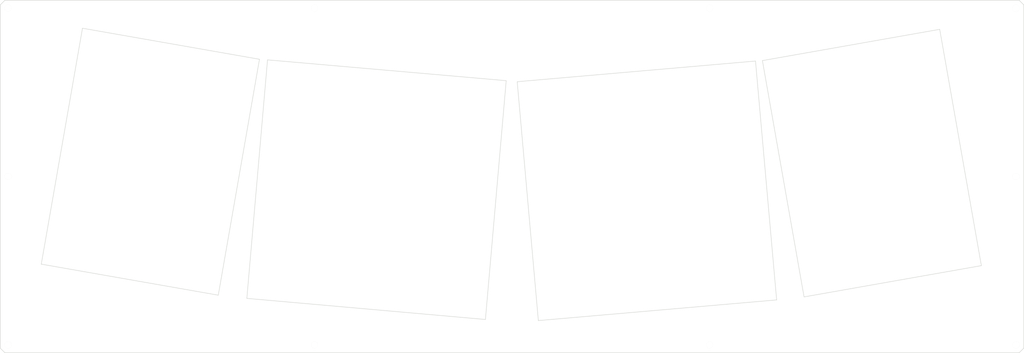
<source format=kicad_pcb>
(kicad_pcb (version 20171130) (host pcbnew "(5.1.12-1-10_14)")

  (general
    (thickness 1.6)
    (drawings 24)
    (tracks 0)
    (zones 0)
    (modules 10)
    (nets 1)
  )

  (page A3)
  (layers
    (0 F.Cu signal)
    (31 B.Cu signal)
    (32 B.Adhes user)
    (33 F.Adhes user)
    (34 B.Paste user)
    (35 F.Paste user)
    (36 B.SilkS user)
    (37 F.SilkS user)
    (38 B.Mask user)
    (39 F.Mask user)
    (40 Dwgs.User user)
    (41 Cmts.User user)
    (42 Eco1.User user)
    (43 Eco2.User user)
    (44 Edge.Cuts user)
    (45 Margin user)
    (46 B.CrtYd user)
    (47 F.CrtYd user)
    (48 B.Fab user)
    (49 F.Fab user)
  )

  (setup
    (last_trace_width 0.25)
    (user_trace_width 0.5)
    (user_trace_width 0.5)
    (trace_clearance 0.2)
    (zone_clearance 0.508)
    (zone_45_only no)
    (trace_min 0.2)
    (via_size 0.8)
    (via_drill 0.4)
    (via_min_size 0.4)
    (via_min_drill 0.3)
    (uvia_size 0.3)
    (uvia_drill 0.1)
    (uvias_allowed no)
    (uvia_min_size 0.2)
    (uvia_min_drill 0.1)
    (edge_width 0.1)
    (segment_width 0.2)
    (pcb_text_width 0.3)
    (pcb_text_size 1.5 1.5)
    (mod_edge_width 0.15)
    (mod_text_size 1 1)
    (mod_text_width 0.15)
    (pad_size 2.2 2.2)
    (pad_drill 2.2)
    (pad_to_mask_clearance 0)
    (aux_axis_origin 0 0)
    (visible_elements 7FFFFFFF)
    (pcbplotparams
      (layerselection 0x01000_7ffffffe)
      (usegerberextensions true)
      (usegerberattributes false)
      (usegerberadvancedattributes false)
      (creategerberjobfile false)
      (excludeedgelayer true)
      (linewidth 0.100000)
      (plotframeref false)
      (viasonmask false)
      (mode 1)
      (useauxorigin false)
      (hpglpennumber 1)
      (hpglpenspeed 20)
      (hpglpendiameter 15.000000)
      (psnegative false)
      (psa4output false)
      (plotreference true)
      (plotvalue true)
      (plotinvisibletext false)
      (padsonsilk false)
      (subtractmaskfromsilk false)
      (outputformat 4)
      (mirror false)
      (drillshape 0)
      (scaleselection 1)
      (outputdirectory "C:/Users/サリチル酸/Desktop/"))
  )

  (net 0 "")

  (net_class Default "これはデフォルトのネット クラスです。"
    (clearance 0.2)
    (trace_width 0.25)
    (via_dia 0.8)
    (via_drill 0.4)
    (uvia_dia 0.3)
    (uvia_drill 0.1)
  )

  (module kbd_Hole:m2_Screw_Hole_EdgeCuts (layer F.Cu) (tedit 5DA73E67) (tstamp 60A2FDC4)
    (at 331.825 120.25)
    (descr "Mounting Hole 2.2mm, no annular, M2")
    (tags "mounting hole 2.2mm no annular m2")
    (path /629E70FB)
    (attr virtual)
    (fp_text reference J17 (at 0 -3.2) (layer F.Fab) hide
      (effects (font (size 1 1) (thickness 0.15)))
    )
    (fp_text value Conn_01x01 (at 0 3.2) (layer F.Fab) hide
      (effects (font (size 1 1) (thickness 0.15)))
    )
    (fp_text user %R (at 0.3 0) (layer F.Fab) hide
      (effects (font (size 1 1) (thickness 0.15)))
    )
    (fp_circle (center 0 0) (end 1.1 0) (layer Edge.Cuts) (width 0.01))
  )

  (module kbd_Hole:m2_Screw_Hole_EdgeCuts (layer F.Cu) (tedit 5DA73E67) (tstamp 60A2FDBE)
    (at 331.825 66.65)
    (descr "Mounting Hole 2.2mm, no annular, M2")
    (tags "mounting hole 2.2mm no annular m2")
    (path /629E70E7)
    (attr virtual)
    (fp_text reference J16 (at 0 -3.2) (layer F.Fab) hide
      (effects (font (size 1 1) (thickness 0.15)))
    )
    (fp_text value Conn_01x01 (at 0 3.2) (layer F.Fab) hide
      (effects (font (size 1 1) (thickness 0.15)))
    )
    (fp_text user %R (at 0.3 0) (layer F.Fab) hide
      (effects (font (size 1 1) (thickness 0.15)))
    )
    (fp_circle (center 0 0) (end 1.1 0) (layer Edge.Cuts) (width 0.01))
  )

  (module kbd_Hole:m2_Screw_Hole_EdgeCuts (layer F.Cu) (tedit 5DA73E67) (tstamp 60A2FDB8)
    (at 331.825 13.05)
    (descr "Mounting Hole 2.2mm, no annular, M2")
    (tags "mounting hole 2.2mm no annular m2")
    (path /5CC9EE7D)
    (attr virtual)
    (fp_text reference J15 (at 0 -3.2) (layer F.Fab) hide
      (effects (font (size 1 1) (thickness 0.15)))
    )
    (fp_text value Conn_01x01 (at 0 3.2) (layer F.Fab) hide
      (effects (font (size 1 1) (thickness 0.15)))
    )
    (fp_text user %R (at 0.3 0) (layer F.Fab) hide
      (effects (font (size 1 1) (thickness 0.15)))
    )
    (fp_circle (center 0 0) (end 1.1 0) (layer Edge.Cuts) (width 0.01))
  )

  (module kbd_Hole:m2_Screw_Hole_EdgeCuts (layer F.Cu) (tedit 5DA73E67) (tstamp 60A2FDB2)
    (at 234.325 120.25)
    (descr "Mounting Hole 2.2mm, no annular, M2")
    (tags "mounting hole 2.2mm no annular m2")
    (path /5CC48CD6)
    (attr virtual)
    (fp_text reference J14 (at 0 -3.2) (layer F.Fab) hide
      (effects (font (size 1 1) (thickness 0.15)))
    )
    (fp_text value Conn_01x01 (at 0 3.2) (layer F.Fab) hide
      (effects (font (size 1 1) (thickness 0.15)))
    )
    (fp_text user %R (at 0.3 0) (layer F.Fab) hide
      (effects (font (size 1 1) (thickness 0.15)))
    )
    (fp_circle (center 0 0) (end 1.1 0) (layer Edge.Cuts) (width 0.01))
  )

  (module kbd_Hole:m2_Screw_Hole_EdgeCuts (layer F.Cu) (tedit 5DA73E67) (tstamp 60A2FDAC)
    (at 108.575 120.25)
    (descr "Mounting Hole 2.2mm, no annular, M2")
    (tags "mounting hole 2.2mm no annular m2")
    (path /629102FD)
    (attr virtual)
    (fp_text reference J13 (at 0 -3.2) (layer F.Fab) hide
      (effects (font (size 1 1) (thickness 0.15)))
    )
    (fp_text value Conn_01x01 (at 0 3.2) (layer F.Fab) hide
      (effects (font (size 1 1) (thickness 0.15)))
    )
    (fp_text user %R (at 0.3 0) (layer F.Fab) hide
      (effects (font (size 1 1) (thickness 0.15)))
    )
    (fp_circle (center 0 0) (end 1.1 0) (layer Edge.Cuts) (width 0.01))
  )

  (module kbd_Hole:m2_Screw_Hole_EdgeCuts (layer F.Cu) (tedit 5DA73E67) (tstamp 60A2FDA6)
    (at 234.325 13.05)
    (descr "Mounting Hole 2.2mm, no annular, M2")
    (tags "mounting hole 2.2mm no annular m2")
    (path /629102E9)
    (attr virtual)
    (fp_text reference J12 (at 0 -3.2) (layer F.Fab) hide
      (effects (font (size 1 1) (thickness 0.15)))
    )
    (fp_text value Conn_01x01 (at 0 3.2) (layer F.Fab) hide
      (effects (font (size 1 1) (thickness 0.15)))
    )
    (fp_text user %R (at 0.3 0) (layer F.Fab) hide
      (effects (font (size 1 1) (thickness 0.15)))
    )
    (fp_circle (center 0 0) (end 1.1 0) (layer Edge.Cuts) (width 0.01))
  )

  (module kbd_Hole:m2_Screw_Hole_EdgeCuts (layer F.Cu) (tedit 5DA73E67) (tstamp 60A2FDA0)
    (at 108.575 13.05)
    (descr "Mounting Hole 2.2mm, no annular, M2")
    (tags "mounting hole 2.2mm no annular m2")
    (path /64540392)
    (attr virtual)
    (fp_text reference J11 (at 0 -3.2) (layer F.Fab) hide
      (effects (font (size 1 1) (thickness 0.15)))
    )
    (fp_text value Conn_01x01 (at 0 3.2) (layer F.Fab) hide
      (effects (font (size 1 1) (thickness 0.15)))
    )
    (fp_text user %R (at 0.3 0) (layer F.Fab) hide
      (effects (font (size 1 1) (thickness 0.15)))
    )
    (fp_circle (center 0 0) (end 1.1 0) (layer Edge.Cuts) (width 0.01))
  )

  (module kbd_Hole:m2_Screw_Hole_EdgeCuts (layer F.Cu) (tedit 5DA73E67) (tstamp 60A2FD9A)
    (at 11.075 120.25)
    (descr "Mounting Hole 2.2mm, no annular, M2")
    (tags "mounting hole 2.2mm no annular m2")
    (path /6454037E)
    (attr virtual)
    (fp_text reference J10 (at 0 -3.2) (layer F.Fab) hide
      (effects (font (size 1 1) (thickness 0.15)))
    )
    (fp_text value Conn_01x01 (at 0 3.2) (layer F.Fab) hide
      (effects (font (size 1 1) (thickness 0.15)))
    )
    (fp_text user %R (at 0.3 0) (layer F.Fab) hide
      (effects (font (size 1 1) (thickness 0.15)))
    )
    (fp_circle (center 0 0) (end 1.1 0) (layer Edge.Cuts) (width 0.01))
  )

  (module kbd_Hole:m2_Screw_Hole_EdgeCuts (layer F.Cu) (tedit 5DA73E67) (tstamp 60A2FD94)
    (at 11.075 66.65)
    (descr "Mounting Hole 2.2mm, no annular, M2")
    (tags "mounting hole 2.2mm no annular m2")
    (path /629E7105)
    (attr virtual)
    (fp_text reference J9 (at 0 -3.2) (layer F.Fab) hide
      (effects (font (size 1 1) (thickness 0.15)))
    )
    (fp_text value Conn_01x01 (at 0 3.2) (layer F.Fab) hide
      (effects (font (size 1 1) (thickness 0.15)))
    )
    (fp_text user %R (at 0.3 0) (layer F.Fab) hide
      (effects (font (size 1 1) (thickness 0.15)))
    )
    (fp_circle (center 0 0) (end 1.1 0) (layer Edge.Cuts) (width 0.01))
  )

  (module kbd_Hole:m2_Screw_Hole_EdgeCuts (layer F.Cu) (tedit 5DA73E67) (tstamp 60A2FD8E)
    (at 11.075 13.05)
    (descr "Mounting Hole 2.2mm, no annular, M2")
    (tags "mounting hole 2.2mm no annular m2")
    (path /629E70F1)
    (attr virtual)
    (fp_text reference J8 (at 0 -3.2) (layer F.Fab) hide
      (effects (font (size 1 1) (thickness 0.15)))
    )
    (fp_text value Conn_01x01 (at 0 3.2) (layer F.Fab) hide
      (effects (font (size 1 1) (thickness 0.15)))
    )
    (fp_text user %R (at 0.3 0) (layer F.Fab) hide
      (effects (font (size 1 1) (thickness 0.15)))
    )
    (fp_circle (center 0 0) (end 1.1 0) (layer Edge.Cuts) (width 0.01))
  )

  (gr_line (start 34.750669 19.464401) (end 21.63876 94.539996) (layer Edge.Cuts) (width 0.15))
  (gr_line (start 307.556407 19.807467) (end 251.130443 29.757734) (layer Edge.Cuts) (width 0.15) (tstamp 61D025E9))
  (gr_line (start 320.815409 95.009013) (end 307.556407 19.807467) (layer Edge.Cuts) (width 0.15))
  (gr_line (start 264.389445 104.95928) (end 320.815409 95.009013) (layer Edge.Cuts) (width 0.15))
  (gr_line (start 251.130443 29.757734) (end 264.389445 104.95928) (layer Edge.Cuts) (width 0.15))
  (gr_line (start 248.931755 29.901543) (end 173.09829 36.479102) (layer Edge.Cuts) (width 0.15))
  (gr_line (start 255.660408 105.917636) (end 248.931755 29.901543) (layer Edge.Cuts) (width 0.15))
  (gr_line (start 179.826943 112.495195) (end 255.660408 105.917636) (layer Edge.Cuts) (width 0.15))
  (gr_line (start 173.09829 36.479102) (end 179.826943 112.495195) (layer Edge.Cuts) (width 0.15))
  (gr_line (start 169.596264 36.150224) (end 93.639892 29.529174) (layer Edge.Cuts) (width 0.15))
  (gr_line (start 162.982838 112.15088) (end 169.596264 36.150224) (layer Edge.Cuts) (width 0.15))
  (gr_line (start 87.057417 105.432544) (end 162.982838 112.15088) (layer Edge.Cuts) (width 0.15))
  (gr_line (start 93.639892 29.529174) (end 87.057417 105.432544) (layer Edge.Cuts) (width 0.15))
  (gr_line (start 91.076273 29.33859) (end 34.750669 19.464401) (layer Edge.Cuts) (width 0.15))
  (gr_line (start 77.964364 104.414185) (end 91.076273 29.33859) (layer Edge.Cuts) (width 0.15))
  (gr_line (start 21.63876 94.539996) (end 77.964364 104.414185) (layer Edge.Cuts) (width 0.15))
  (gr_line (start 10.075 122.75) (end 8.575 121.25) (layer Edge.Cuts) (width 0.15) (tstamp 60883451))
  (gr_line (start 334.325 12.05) (end 332.825 10.55) (layer Edge.Cuts) (width 0.15) (tstamp 60883444))
  (gr_line (start 8.575 12.05) (end 10.075 10.55) (layer Edge.Cuts) (width 0.15) (tstamp 60883437))
  (gr_line (start 332.825 122.75) (end 334.325 121.25) (layer Edge.Cuts) (width 0.15))
  (gr_line (start 10.075 122.75) (end 332.825 122.75) (layer Edge.Cuts) (width 0.15))
  (gr_line (start 8.575 12.05) (end 8.575 121.25) (layer Edge.Cuts) (width 0.15))
  (gr_line (start 332.825 10.55) (end 10.075 10.55) (layer Edge.Cuts) (width 0.15))
  (gr_line (start 334.325 121.25) (end 334.325 12.05) (layer Edge.Cuts) (width 0.15))

)

</source>
